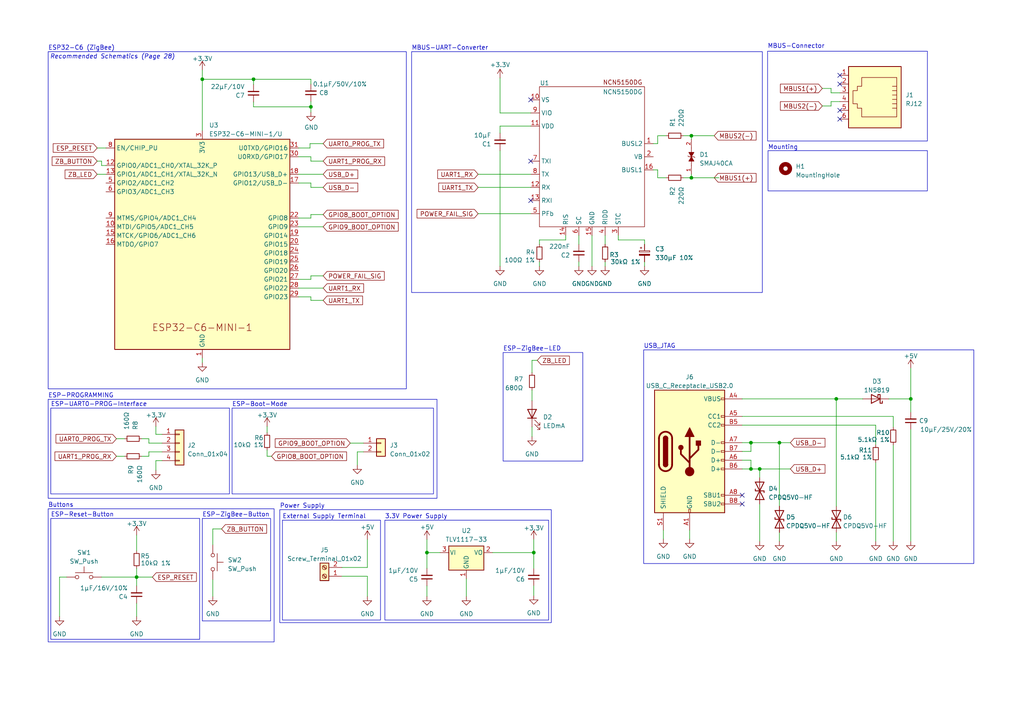
<source format=kicad_sch>
(kicad_sch (version 20230121) (generator eeschema)
  (paper "A4")
  (title_block (title "ZBSmartMeter") (date "2023-05-19") (rev "1"))
  (lib_symbols
    (symbol "Connector:RJ12" (pin_names (offset 1.016))
      (property "Reference" "J" (at -5.08 11.43 0))
      (property "Value" "RJ12" (at 2.54 11.43 0))
      (symbol "RJ12_0_1"
        (polyline (pts (xy -6.35 -1.905) (xy -5.08 -1.905) (xy -5.08 -1.905)))
        (polyline (pts (xy -6.35 -0.635) (xy -5.08 -0.635) (xy -5.08 -0.635)))
        (polyline (pts (xy -6.35 0.635) (xy -5.08 0.635) (xy -5.08 0.635)))
        (polyline (pts (xy -6.35 1.905) (xy -5.08 1.905) (xy -5.08 1.905)))
        (polyline (pts (xy -6.35 3.175) (xy -5.08 3.175) (xy -5.08 3.175)))
        (polyline (pts (xy -5.08 4.445) (xy -6.35 4.445) (xy -6.35 4.445)))
        (polyline (pts (xy -6.35 -4.445) (xy -6.35 6.985) (xy 3.81 6.985) (xy 3.81 4.445) (xy 5.08 4.445) (xy 5.08 3.175) (xy 6.35 3.175) (xy 6.35 -0.635) (xy 5.08 -0.635) (xy 5.08 -1.905) (xy 3.81 -1.905) (xy 3.81 -4.445) (xy -6.35 -4.445) (xy -6.35 -4.445)))
        (rectangle (start 7.62 10.16) (end -7.62 -7.62) (stroke (width 0.254)) (fill (type background)))
      )
      (symbol "RJ12_1_1"
        (pin passive line (at 10.16 -5.08 180) (length 2.54) (name "~") (number "1"))
        (pin passive line (at 10.16 -2.54 180) (length 2.54) (name "~") (number "2"))
        (pin passive line (at 10.16 0 180) (length 2.54) (name "~") (number "3"))
        (pin passive line (at 10.16 2.54 180) (length 2.54) (name "~") (number "4"))
        (pin passive line (at 10.16 5.08 180) (length 2.54) (name "~") (number "5"))
        (pin passive line (at 10.16 7.62 180) (length 2.54) (name "~") (number "6"))
      )
    )
    (symbol "Connector:Screw_Terminal_01x02" (pin_names (offset 1.016) hide)
      (property "Reference" "J" (at 0 2.54 0))
      (property "Value" "Screw_Terminal_01x02" (at 0 -5.08 0))
      (symbol "Screw_Terminal_01x02_1_1"
        (rectangle (start -1.27 1.27) (end 1.27 -3.81) (stroke (width 0.254)) (fill (type background)))
        (circle (center 0 -2.54) (radius 0.635) (stroke (width 0.1524)))
        (polyline (pts (xy -0.5334 -2.2098) (xy 0.3302 -3.048)) (stroke (width 0.1524)))
        (polyline (pts (xy -0.5334 0.3302) (xy 0.3302 -0.508)) (stroke (width 0.1524)))
        (polyline (pts (xy -0.3556 -2.032) (xy 0.508 -2.8702)) (stroke (width 0.1524)))
        (polyline (pts (xy -0.3556 0.508) (xy 0.508 -0.3302)) (stroke (width 0.1524)))
        (circle (center 0 0) (radius 0.635) (stroke (width 0.1524)))
        (pin passive line (at -5.08 0 0) (length 3.81) (name "Pin_1") (number "1"))
        (pin passive line (at -5.08 -2.54 0) (length 3.81) (name "Pin_2") (number "2"))
      )
    )
    (symbol "Connector:USB_C_Receptacle_USB2.0" (pin_names (offset 1.016))
      (property "Reference" "J" (at -10.16 19.05 0))
      (property "Value" "USB_C_Receptacle_USB2.0" (at 19.05 19.05 0))
      (symbol "USB_C_Receptacle_USB2.0_0_0"
        (rectangle (start -0.254 -17.78) (end 0.254 -16.764))
        (rectangle (start 10.16 -14.986) (end 9.144 -15.494))
        (rectangle (start 10.16 -12.446) (end 9.144 -12.954))
        (rectangle (start 10.16 -4.826) (end 9.144 -5.334))
        (rectangle (start 10.16 -2.286) (end 9.144 -2.794))
        (rectangle (start 10.16 0.254) (end 9.144 -0.254))
        (rectangle (start 10.16 2.794) (end 9.144 2.286))
        (rectangle (start 10.16 7.874) (end 9.144 7.366))
        (rectangle (start 10.16 10.414) (end 9.144 9.906))
        (rectangle (start 10.16 15.494) (end 9.144 14.986))
      )
      (symbol "USB_C_Receptacle_USB2.0_0_1"
        (rectangle (start -10.16 17.78) (end 10.16 -17.78) (stroke (width 0.254)) (fill (type background)))
        (arc (start -8.89 -3.81) (mid -6.985 -5.7067) (end -5.08 -3.81) (stroke (width 0.508)))
        (arc (start -7.62 -3.81) (mid -6.985 -4.4423) (end -6.35 -3.81) (stroke (width 0.254)))
        (arc (start -7.62 -3.81) (mid -6.985 -4.4423) (end -6.35 -3.81) (stroke (width 0.254)) (fill (type outline)))
        (rectangle (start -7.62 -3.81) (end -6.35 3.81) (stroke (width 0.254)) (fill (type outline)))
        (arc (start -6.35 3.81) (mid -6.985 4.4423) (end -7.62 3.81) (stroke (width 0.254)))
        (arc (start -6.35 3.81) (mid -6.985 4.4423) (end -7.62 3.81) (stroke (width 0.254)) (fill (type outline)))
        (arc (start -5.08 3.81) (mid -6.985 5.7067) (end -8.89 3.81) (stroke (width 0.508)))
        (circle (center -2.54 1.143) (radius 0.635) (stroke (width 0.254)) (fill (type outline)))
        (circle (center 0 -5.842) (radius 1.27) (fill (type outline)))
        (polyline (pts (xy -8.89 -3.81) (xy -8.89 3.81)) (stroke (width 0.508)))
        (polyline (pts (xy -5.08 3.81) (xy -5.08 -3.81)) (stroke (width 0.508)))
        (polyline (pts (xy 0 -5.842) (xy 0 4.318)) (stroke (width 0.508)))
        (polyline (pts (xy 0 -3.302) (xy -2.54 -0.762) (xy -2.54 0.508)) (stroke (width 0.508)))
        (polyline (pts (xy 0 -2.032) (xy 2.54 0.508) (xy 2.54 1.778)) (stroke (width 0.508)))
        (polyline (pts (xy -1.27 4.318) (xy 0 6.858) (xy 1.27 4.318) (xy -1.27 4.318)) (stroke (width 0.254)) (fill (type outline)))
        (rectangle (start 1.905 1.778) (end 3.175 3.048) (stroke (width 0.254)) (fill (type outline)))
      )
      (symbol "USB_C_Receptacle_USB2.0_1_1"
        (pin passive line (at 0 -22.86 90) (length 5.08) (name "GND") (number "A1"))
        (pin passive line (at 0 -22.86 90) (length 5.08) hide (name "GND") (number "A12"))
        (pin passive line (at 15.24 15.24 180) (length 5.08) (name "VBUS") (number "A4"))
        (pin bidirectional line (at 15.24 10.16 180) (length 5.08) (name "CC1") (number "A5"))
        (pin bidirectional line (at 15.24 -2.54 180) (length 5.08) (name "D+") (number "A6"))
        (pin bidirectional line (at 15.24 2.54 180) (length 5.08) (name "D-") (number "A7"))
        (pin bidirectional line (at 15.24 -12.7 180) (length 5.08) (name "SBU1") (number "A8"))
        (pin passive line (at 15.24 15.24 180) (length 5.08) hide (name "VBUS") (number "A9"))
        (pin passive line (at 0 -22.86 90) (length 5.08) hide (name "GND") (number "B1"))
        (pin passive line (at 0 -22.86 90) (length 5.08) hide (name "GND") (number "B12"))
        (pin passive line (at 15.24 15.24 180) (length 5.08) hide (name "VBUS") (number "B4"))
        (pin bidirectional line (at 15.24 7.62 180) (length 5.08) (name "CC2") (number "B5"))
        (pin bidirectional line (at 15.24 -5.08 180) (length 5.08) (name "D+") (number "B6"))
        (pin bidirectional line (at 15.24 0 180) (length 5.08) (name "D-") (number "B7"))
        (pin bidirectional line (at 15.24 -15.24 180) (length 5.08) (name "SBU2") (number "B8"))
        (pin passive line (at 15.24 15.24 180) (length 5.08) hide (name "VBUS") (number "B9"))
        (pin passive line (at -7.62 -22.86 90) (length 5.08) (name "SHIELD") (number "S1"))
      )
    )
    (symbol "Connector_Generic:Conn_01x02" (pin_names (offset 1.016) hide)
      (property "Reference" "J" (at 0 2.54 0))
      (property "Value" "Conn_01x02" (at 0 -5.08 0))
      (symbol "Conn_01x02_1_1"
        (rectangle (start -1.27 -2.413) (end 0 -2.667) (stroke (width 0.1524)))
        (rectangle (start -1.27 0.127) (end 0 -0.127) (stroke (width 0.1524)))
        (rectangle (start -1.27 1.27) (end 1.27 -3.81) (stroke (width 0.254)) (fill (type background)))
        (pin passive line (at -5.08 0 0) (length 3.81) (name "Pin_1") (number "1"))
        (pin passive line (at -5.08 -2.54 0) (length 3.81) (name "Pin_2") (number "2"))
      )
    )
    (symbol "Connector_Generic:Conn_01x04" (pin_names (offset 1.016) hide)
      (property "Reference" "J" (at 0 5.08 0))
      (property "Value" "Conn_01x04" (at 0 -7.62 0))
      (symbol "Conn_01x04_1_1"
        (rectangle (start -1.27 -4.953) (end 0 -5.207) (stroke (width 0.1524)))
        (rectangle (start -1.27 -2.413) (end 0 -2.667) (stroke (width 0.1524)))
        (rectangle (start -1.27 0.127) (end 0 -0.127) (stroke (width 0.1524)))
        (rectangle (start -1.27 2.667) (end 0 2.413) (stroke (width 0.1524)))
        (rectangle (start -1.27 3.81) (end 1.27 -6.35) (stroke (width 0.254)) (fill (type background)))
        (pin passive line (at -5.08 2.54 0) (length 3.81) (name "Pin_1") (number "1"))
        (pin passive line (at -5.08 0 0) (length 3.81) (name "Pin_2") (number "2"))
        (pin passive line (at -5.08 -2.54 0) (length 3.81) (name "Pin_3") (number "3"))
        (pin passive line (at -5.08 -5.08 0) (length 3.81) (name "Pin_4") (number "4"))
      )
    )
    (symbol "Device:C_Polarized_Small" (pin_numbers hide) (pin_names (offset 0.254) hide)
      (property "Reference" "C" (at 0.254 1.778 0))
      (property "Value" "C_Polarized_Small" (at 0.254 -2.032 0))
      (symbol "C_Polarized_Small_0_1"
        (rectangle (start -1.524 -0.3048) (end 1.524 -0.6858) (fill (type outline)))
        (rectangle (start -1.524 0.6858) (end 1.524 0.3048))
        (polyline (pts (xy -1.27 1.524) (xy -0.762 1.524)))
        (polyline (pts (xy -1.016 1.27) (xy -1.016 1.778)))
      )
      (symbol "C_Polarized_Small_1_1"
        (pin passive line (at 0 2.54 270) (length 1.8542) (name "~") (number "1"))
        (pin passive line (at 0 -2.54 90) (length 1.8542) (name "~") (number "2"))
      )
    )
    (symbol "Device:C_Small" (pin_numbers hide) (pin_names (offset 0.254) hide)
      (property "Reference" "C" (at 0.254 1.778 0))
      (property "Value" "C_Small" (at 0.254 -2.032 0))
      (symbol "C_Small_0_1"
        (polyline (pts (xy -1.524 -0.508) (xy 1.524 -0.508)) (stroke (width 0.3302)))
        (polyline (pts (xy -1.524 0.508) (xy 1.524 0.508)) (stroke (width 0.3048)))
      )
      (symbol "C_Small_1_1"
        (pin passive line (at 0 2.54 270) (length 2.032) (name "~") (number "1"))
        (pin passive line (at 0 -2.54 90) (length 2.032) (name "~") (number "2"))
      )
    )
    (symbol "Device:LED" (pin_numbers hide) (pin_names (offset 1.016) hide)
      (property "Reference" "D" (at 0 2.54 0))
      (property "Value" "LED" (at 0 -2.54 0))
      (symbol "LED_0_1"
        (polyline (pts (xy -1.27 -1.27) (xy -1.27 1.27)) (stroke (width 0.254)))
        (polyline (pts (xy -1.27 0) (xy 1.27 0)))
        (polyline (pts (xy 1.27 -1.27) (xy 1.27 1.27) (xy -1.27 0) (xy 1.27 -1.27)) (stroke (width 0.254)))
        (polyline (pts (xy -3.048 -0.762) (xy -4.572 -2.286) (xy -3.81 -2.286) (xy -4.572 -2.286) (xy -4.572 -1.524)))
        (polyline (pts (xy -1.778 -0.762) (xy -3.302 -2.286) (xy -2.54 -2.286) (xy -3.302 -2.286) (xy -3.302 -1.524)))
      )
      (symbol "LED_1_1"
        (pin passive line (at -3.81 0 0) (length 2.54) (name "K") (number "1"))
        (pin passive line (at 3.81 0 180) (length 2.54) (name "A") (number "2"))
      )
    )
    (symbol "Device:R_Small" (pin_numbers hide) (pin_names (offset 0.254) hide)
      (property "Reference" "R" (at 0.762 0.508 0))
      (property "Value" "R_Small" (at 0.762 -1.016 0))
      (symbol "R_Small_0_1"
        (rectangle (start -0.762 1.778) (end 0.762 -1.778) (stroke (width 0.2032)))
      )
      (symbol "R_Small_1_1"
        (pin passive line (at 0 2.54 270) (length 0.762) (name "~") (number "1"))
        (pin passive line (at 0 -2.54 90) (length 0.762) (name "~") (number "2"))
      )
    )
    (symbol "Diode:1.5KExxCA" (pin_numbers hide) (pin_names (offset 1.016) hide)
      (property "Reference" "D" (at 0 2.54 0))
      (property "Value" "1.5KExxCA" (at 0 -2.54 0))
      (symbol "1.5KExxCA_0_1"
        (polyline (pts (xy 1.27 0) (xy -1.27 0)))
        (polyline (pts (xy -2.54 -1.27) (xy 0 0) (xy -2.54 1.27) (xy -2.54 -1.27)) (stroke (width 0.254)))
        (polyline (pts (xy 0.508 1.27) (xy 0 1.27) (xy 0 -1.27) (xy -0.508 -1.27)) (stroke (width 0.254)))
        (polyline (pts (xy 2.54 1.27) (xy 2.54 -1.27) (xy 0 0) (xy 2.54 1.27)) (stroke (width 0.254)))
      )
      (symbol "1.5KExxCA_1_1"
        (pin passive line (at -3.81 0 0) (length 2.54) (name "A1") (number "1"))
        (pin passive line (at 3.81 0 180) (length 2.54) (name "A2") (number "2"))
      )
    )
    (symbol "Diode:1N5819" (pin_numbers hide) (pin_names (offset 1.016) hide)
      (property "Reference" "D" (at 0 2.54 0))
      (property "Value" "1N5819" (at 0 -2.54 0))
      (symbol "1N5819_0_1"
        (polyline (pts (xy 1.27 0) (xy -1.27 0)))
        (polyline (pts (xy 1.27 1.27) (xy 1.27 -1.27) (xy -1.27 0) (xy 1.27 1.27)) (stroke (width 0.254)))
        (polyline (pts (xy -1.905 0.635) (xy -1.905 1.27) (xy -1.27 1.27) (xy -1.27 -1.27) (xy -0.635 -1.27) (xy -0.635 -0.635)) (stroke (width 0.254)))
      )
      (symbol "1N5819_1_1"
        (pin passive line (at -3.81 0 0) (length 2.54) (name "K") (number "1"))
        (pin passive line (at 3.81 0 180) (length 2.54) (name "A") (number "2"))
      )
    )
    (symbol "Espressif:ESP32-C6-MINI-1/U"
      (property "Reference" "U" (at -25.4 35.56 0))
      (property "Value" "ESP32-C6-MINI-1/U" (at -25.4 33.02 0))
      (symbol "ESP32-C6-MINI-1/U_0_0"
        (text "ESP32-C6-MINI-1" (at 0 -24.13 0) (effects (font (size 2 2))))
      )
      (symbol "ESP32-C6-MINI-1/U_0_1"
        (rectangle (start -25.4 30.48) (end 25.4 -30.48) (stroke (width 0.254)) (fill (type background)))
      )
      (symbol "ESP32-C6-MINI-1/U_1_1"
        (pin power_in line (at 0 -33.02 90) (length 2.54) (name "GND") (number "1"))
        (pin bidirectional line (at -27.94 5.08 0) (length 2.54) (name "MTDI/GPIO5/ADC1_CH5") (number "10"))
        (pin passive line (at 0 -33.02 90) (length 2.54) hide (name "GND") (number "11"))
        (pin bidirectional line (at -27.94 22.86 0) (length 2.54) (name "GPIO0/ADC1_CH0/XTAL_32K_P") (number "12"))
        (pin bidirectional line (at -27.94 20.32 0) (length 2.54) (name "GPIO1/ADC1_CH1/XTAL_32K_N") (number "13"))
        (pin passive line (at 0 -33.02 90) (length 2.54) hide (name "GND") (number "14"))
        (pin bidirectional line (at -27.94 2.54 0) (length 2.54) (name "MTCK/GPIO6/ADC1_CH6") (number "15"))
        (pin bidirectional line (at -27.94 0 0) (length 2.54) (name "MTDO/GPIO7") (number "16"))
        (pin bidirectional line (at 27.94 17.78 180) (length 2.54) (name "GPIO12/USB_D-") (number "17"))
        (pin bidirectional line (at 27.94 20.32 180) (length 2.54) (name "GPIO13/USB_D+") (number "18"))
        (pin bidirectional line (at 27.94 2.54 180) (length 2.54) (name "GPIO14") (number "19"))
        (pin passive line (at 0 -33.02 90) (length 2.54) hide (name "GND") (number "2"))
        (pin bidirectional line (at 27.94 0 180) (length 2.54) (name "GPIO15") (number "20"))
        (pin no_connect line (at -25.4 -10.16 0) (length 2.54) hide (name "NC") (number "21"))
        (pin bidirectional line (at 27.94 7.62 180) (length 2.54) (name "GPIO8") (number "22"))
        (pin bidirectional line (at 27.94 5.08 180) (length 2.54) (name "GPIO9") (number "23"))
        (pin bidirectional line (at 27.94 -2.54 180) (length 2.54) (name "GPIO18") (number "24"))
        (pin bidirectional line (at 27.94 -5.08 180) (length 2.54) (name "GPIO19") (number "25"))
        (pin bidirectional line (at 27.94 -7.62 180) (length 2.54) (name "GPIO20") (number "26"))
        (pin bidirectional line (at 27.94 -10.16 180) (length 2.54) (name "GPIO21") (number "27"))
        (pin bidirectional line (at 27.94 -12.7 180) (length 2.54) (name "GPIO22") (number "28"))
        (pin bidirectional line (at 27.94 -15.24 180) (length 2.54) (name "GPIO23") (number "29"))
        (pin power_in line (at 0 33.02 270) (length 2.54) (name "3V3") (number "3"))
        (pin bidirectional line (at 27.94 25.4 180) (length 2.54) (name "U0RXD/GPIO17") (number "30"))
        (pin bidirectional line (at 27.94 27.94 180) (length 2.54) (name "U0TXD/GPIO16") (number "31"))
        (pin no_connect line (at -25.4 -12.7 0) (length 2.54) hide (name "NC") (number "32"))
        (pin no_connect line (at -25.4 -15.24 0) (length 2.54) hide (name "NC") (number "33"))
        (pin no_connect line (at -25.4 -17.78 0) (length 2.54) hide (name "NC") (number "34"))
        (pin no_connect line (at -25.4 -20.32 0) (length 2.54) hide (name "NC") (number "35"))
        (pin passive line (at 0 -33.02 90) (length 2.54) hide (name "GND") (number "36"))
        (pin passive line (at 0 -33.02 90) (length 2.54) hide (name "GND") (number "37"))
        (pin passive line (at 0 -33.02 90) (length 2.54) hide (name "GND") (number "38"))
        (pin passive line (at 0 -33.02 90) (length 2.54) hide (name "GND") (number "39"))
        (pin no_connect line (at -25.4 -5.08 0) (length 2.54) hide (name "NC") (number "4"))
        (pin passive line (at 0 -33.02 90) (length 2.54) hide (name "GND") (number "40"))
        (pin passive line (at 0 -33.02 90) (length 2.54) hide (name "GND") (number "41"))
        (pin passive line (at 0 -33.02 90) (length 2.54) hide (name "GND") (number "42"))
        (pin passive line (at 0 -33.02 90) (length 2.54) hide (name "GND") (number "43"))
        (pin passive line (at 0 -33.02 90) (length 2.54) hide (name "GND") (number "44"))
        (pin passive line (at 0 -33.02 90) (length 2.54) hide (name "GND") (number "45"))
        (pin passive line (at 0 -33.02 90) (length 2.54) hide (name "GND") (number "46"))
        (pin passive line (at 0 -33.02 90) (length 2.54) hide (name "GND") (number "47"))
        (pin passive line (at 0 -33.02 90) (length 2.54) hide (name "GND") (number "48"))
        (pin passive line (at 0 -33.02 90) (length 2.54) hide (name "GND") (number "49"))
        (pin bidirectional line (at -27.94 17.78 0) (length 2.54) (name "GPIO2/ADC1_CH2") (number "5"))
        (pin passive line (at 0 -33.02 90) (length 2.54) hide (name "GND") (number "50"))
        (pin passive line (at 0 -33.02 90) (length 2.54) hide (name "GND") (number "51"))
        (pin passive line (at 0 -33.02 90) (length 2.54) hide (name "GND") (number "52"))
        (pin passive line (at 0 -33.02 90) (length 2.54) hide (name "GND") (number "53"))
        (pin bidirectional line (at -27.94 15.24 0) (length 2.54) (name "GPIO3/ADC1_CH3") (number "6"))
        (pin no_connect line (at -25.4 -7.62 0) (length 2.54) hide (name "NC") (number "7"))
        (pin input line (at -27.94 27.94 0) (length 2.54) (name "EN/CHIP_PU") (number "8"))
        (pin bidirectional line (at -27.94 7.62 0) (length 2.54) (name "MTMS/GPIO4/ADC1_CH4") (number "9"))
      )
    )
    (symbol "Mechanical:MountingHole" (pin_names (offset 1.016))
      (property "Reference" "H" (at 0 5.08 0))
      (property "Value" "MountingHole" (at 0 3.175 0))
      (symbol "MountingHole_0_1"
        (circle (center 0 0) (radius 1.27) (stroke (width 1.27)))
      )
    )
    (symbol "NCN5150DG:NCN5150DG"
      (property "Reference" "U" (at -13.97 21.59 0))
      (property "Footprint" "Package_SO:SOIC-16_3.9x9.9mm_P1.27mm" (at -12.7 13.97 0))
      (symbol "NCN5150DG_0_1"
        (rectangle (start -15.24 20.32) (end 15.24 -20.32))
      )
      (symbol "NCN5150DG_1_1"
        (text "NCN5150DG" (at 8.89 21.59 0) (effects (font (size 1.27 1.27))))
        (pin bidirectional line (at 17.78 3.81 180) (length 2.54) (name "BUSL2") (number "1"))
        (pin output line (at -17.78 16.51 0) (length 2.54) (name "VS") (number "10"))
        (pin power_in line (at -17.78 8.89 0) (length 2.54) (name "VDD") (number "11"))
        (pin input line (at -17.78 -8.89 0) (length 2.54) (name "RX") (number "12"))
        (pin input line (at -17.78 -12.7 0) (length 2.54) (name "RXI") (number "13"))
        (pin input line (at -7.62 -22.86 90) (length 2.54) (name "RIS") (number "14"))
        (pin power_in line (at 0 -22.86 90) (length 2.54) (name "GND") (number "15"))
        (pin bidirectional line (at 17.78 -3.81 180) (length 2.54) (name "BUSL1") (number "16"))
        (pin power_in line (at 17.78 0 180) (length 2.54) (name "VB") (number "2"))
        (pin output line (at 7.62 -22.86 90) (length 2.54) (name "STC") (number "3"))
        (pin input line (at 3.81 -22.86 90) (length 2.54) (name "RIDD") (number "4"))
        (pin output line (at -17.78 -16.51 0) (length 2.54) (name "PFb") (number "5"))
        (pin output line (at -3.81 -22.86 90) (length 2.54) (name "SC") (number "6"))
        (pin output line (at -17.78 -1.27 0) (length 2.54) (name "TXI") (number "7"))
        (pin output line (at -17.78 -5.08 0) (length 2.54) (name "TX") (number "8"))
        (pin input line (at -17.78 12.7 0) (length 2.54) (name "VIO") (number "9"))
      )
    )
    (symbol "Regulator_Linear:TLV1117-33" (pin_names (offset 0.254))
      (property "Reference" "U" (at -3.81 3.175 0))
      (property "Value" "TLV1117-33" (at 0 3.175 0))
      (symbol "TLV1117-33_0_1"
        (rectangle (start -5.08 -5.08) (end 5.08 1.905) (stroke (width 0.254)) (fill (type background)))
      )
      (symbol "TLV1117-33_1_1"
        (pin power_in line (at 0 -7.62 90) (length 2.54) (name "GND") (number "1"))
        (pin power_out line (at 7.62 0 180) (length 2.54) (name "VO") (number "2"))
        (pin power_in line (at -7.62 0 0) (length 2.54) (name "VI") (number "3"))
      )
    )
    (symbol "SMAJ40CA:SMAJ40CA" (pin_names (offset 1.016))
      (property "Reference" "D" (at -5.08 2.54 0))
      (property "Value" "SMAJ40CA" (at -5.08 -5.08 0))
      (symbol "SMAJ40CA_0_0"
        (polyline (pts (xy -1.27 0) (xy -2.54 0)) (stroke (width 0.1524)))
        (polyline (pts (xy 0 -0.762) (xy -0.254 -1.016)) (stroke (width 0.1524)))
        (polyline (pts (xy 0 -0.762) (xy 0 0.762)) (stroke (width 0.1524)))
        (polyline (pts (xy 0 0.762) (xy 0.254 1.016)) (stroke (width 0.1524)))
        (polyline (pts (xy 1.27 0) (xy 2.54 0)) (stroke (width 0.1524)))
        (polyline (pts (xy 0 0) (xy -1.27 -0.762) (xy -1.27 0.762) (xy 0 0)) (stroke (width 0.1524)) (fill (type outline)))
        (polyline (pts (xy 0 0) (xy 1.27 0.762) (xy 1.27 -0.762) (xy 0 0)) (stroke (width 0.1524)) (fill (type outline)))
        (pin passive line (at -5.08 0 0) (length 2.54) (name "~") (number "1"))
        (pin passive line (at 5.08 0 180) (length 2.54) (name "~") (number "2"))
      )
    )
    (symbol "Switch:SW_Push" (pin_numbers hide) (pin_names (offset 1.016) hide)
      (property "Reference" "SW" (at 1.27 2.54 0))
      (property "Value" "SW_Push" (at 0 -1.524 0))
      (symbol "SW_Push_0_1"
        (circle (center -2.032 0) (radius 0.508))
        (polyline (pts (xy 0 1.27) (xy 0 3.048)))
        (polyline (pts (xy 2.54 1.27) (xy -2.54 1.27)))
        (circle (center 2.032 0) (radius 0.508))
        (pin passive line (at -5.08 0 0) (length 2.54) (name "1") (number "1"))
        (pin passive line (at 5.08 0 180) (length 2.54) (name "2") (number "2"))
      )
    )
    (symbol "power:+3.3V" (power) (pin_names (offset 0))
      (property "Value" "+3.3V" (at 0 3.556 0))
      (symbol "+3.3V_0_1"
        (polyline (pts (xy -0.762 1.27) (xy 0 2.54)))
        (polyline (pts (xy 0 0) (xy 0 2.54)))
        (polyline (pts (xy 0 2.54) (xy 0.762 1.27)))
      )
      (symbol "+3.3V_1_1"
        (pin power_in line (at 0 0 90) (length 0) hide (name "+3.3V") (number "1"))
      )
    )
    (symbol "power:+5V" (power) (pin_names (offset 0))
      (property "Value" "+5V" (at 0 3.556 0))
      (symbol "+5V_0_1"
        (polyline (pts (xy -0.762 1.27) (xy 0 2.54)))
        (polyline (pts (xy 0 0) (xy 0 2.54)))
        (polyline (pts (xy 0 2.54) (xy 0.762 1.27)))
      )
      (symbol "+5V_1_1"
        (pin power_in line (at 0 0 90) (length 0) hide (name "+5V") (number "1"))
      )
    )
    (symbol "power:GND" (power) (pin_names (offset 0))
      (property "Value" "GND" (at 0 -3.81 0))
      (symbol "GND_0_1"
        (polyline (pts (xy 0 0) (xy 0 -1.27) (xy 1.27 -1.27) (xy 0 -2.54) (xy -1.27 -1.27) (xy 0 -1.27)))
      )
      (symbol "GND_1_1"
        (pin power_in line (at 0 0 270) (length 0) hide (name "GND") (number "1"))
      )
    )
  )
  (junction (at 226.06 128.397))
  (junction (at 154.813 160.274))
  (junction (at 39.624 167.386))
  (junction (at 217.805 128.397))
  (junction (at 264.16 115.697))
  (junction (at 217.805 136.017))
  (junction (at 200.533 39.37))
  (junction (at 220.345 136.017))
  (junction (at 242.5561 115.6919))
  (junction (at 123.825 160.274))
  (junction (at 73.533 22.987))
  (junction (at 58.674 22.987))
  (junction (at 200.533 51.562))
  (junction (at 90.17 30.988))
  (no_connect (at 215.265 146.177))
  (no_connect (at 153.924 28.956))
  (no_connect (at 153.924 58.166))
  (no_connect (at 215.265 143.637))
  (no_connect (at 243.586 21.844))
  (no_connect (at 243.586 32.004))
  (no_connect (at 243.586 24.384))
  (no_connect (at 243.586 34.544))
  (no_connect (at 153.924 46.736))
  (wire (pts (xy 167.894 68.326) (xy 167.894 70.866)))
  (wire (pts (xy 61.722 153.416) (xy 64.262 153.416)))
  (wire (pts (xy 154.813 156.464) (xy 154.813 160.274)))
  (wire (pts (xy 250.19 115.6919) (xy 250.19 115.697)))
  (wire (pts (xy 145.034 43.688) (xy 145.034 77.216)))
  (wire (pts (xy 86.614 65.786) (xy 93.726 65.786)))
  (wire (pts (xy 200.533 39.37) (xy 200.533 40.386)))
  (wire (pts (xy 17.272 178.816) (xy 17.272 167.386)))
  (wire (pts (xy 28.194 50.546) (xy 30.734 50.546)))
  (wire (pts (xy 123.825 160.274) (xy 127.635 160.274)))
  (wire (pts (xy 175.514 75.946) (xy 175.514 77.216)))
  (wire (pts (xy 46.99 133.604) (xy 45.212 133.604)))
  (wire (pts (xy 86.614 42.926) (xy 89.916 42.926)))
  (wire (pts (xy 39.624 175.006) (xy 39.624 178.816)))
  (wire (pts (xy 154.813 160.274) (xy 142.875 160.274)))
  (wire (pts (xy 43.18 128.524) (xy 43.18 127.254)))
  (wire (pts (xy 106.553 164.592) (xy 106.553 156.464)))
  (wire (pts (xy 190.754 51.562) (xy 193.167 51.562)))
  (wire (pts (xy 200.025 153.797) (xy 200.025 156.337)))
  (wire (pts (xy 105.41 131.064) (xy 103.632 131.064)))
  (wire (pts (xy 39.624 164.846) (xy 39.624 167.386)))
  (wire (pts (xy 39.624 167.386) (xy 39.624 169.926)))
  (wire (pts (xy 73.533 22.987) (xy 90.17 22.987)))
  (wire (pts (xy 90.17 53.086) (xy 90.17 54.356)))
  (wire (pts (xy 46.99 131.064) (xy 43.18 131.064)))
  (wire (pts (xy 90.17 63.246) (xy 90.17 62.23)))
  (wire (pts (xy 46.99 128.524) (xy 43.18 128.524)))
  (wire (pts (xy 200.533 51.562) (xy 208.534 51.562)))
  (wire (pts (xy 179.324 69.596) (xy 186.944 69.596)))
  (wire (pts (xy 217.805 128.397) (xy 226.06 128.397)))
  (wire (pts (xy 154.305 113.157) (xy 154.305 116.205)))
  (wire (pts (xy 241.046 29.464) (xy 241.046 30.734)))
  (wire (pts (xy 46.99 125.984) (xy 45.212 125.984)))
  (wire (pts (xy 167.894 75.946) (xy 167.894 77.216)))
  (wire (pts (xy 241.046 29.464) (xy 243.586 29.464)))
  (wire (pts (xy 242.5561 115.6919) (xy 250.19 115.6919)))
  (wire (pts (xy 77.47 130.556) (xy 77.47 132.334)))
  (wire (pts (xy 61.722 157.988) (xy 61.722 153.416)))
  (wire (pts (xy 77.47 132.334) (xy 78.74 132.334)))
  (wire (pts (xy 190.754 41.656) (xy 190.754 39.37)))
  (wire (pts (xy 58.674 22.987) (xy 58.674 37.846)))
  (wire (pts (xy 254 123.317) (xy 254 129.032)))
  (wire (pts (xy 215.265 136.017) (xy 217.805 136.017)))
  (wire (pts (xy 242.57 154.432) (xy 242.57 156.972)))
  (wire (pts (xy 86.614 50.546) (xy 93.726 50.546)))
  (wire (pts (xy 43.18 127.254) (xy 41.148 127.254)))
  (wire (pts (xy 86.614 83.566) (xy 93.726 83.566)))
  (wire (pts (xy 101.6 128.524) (xy 105.41 128.524)))
  (wire (pts (xy 90.17 81.026) (xy 86.614 81.026)))
  (wire (pts (xy 145.034 22.606) (xy 145.034 32.766)))
  (wire (pts (xy 145.034 36.576) (xy 145.034 38.608)))
  (wire (pts (xy 138.684 54.356) (xy 153.924 54.356)))
  (wire (pts (xy 93.726 80.01) (xy 90.17 80.01)))
  (wire (pts (xy 220.345 136.017) (xy 220.345 138.557)))
  (wire (pts (xy 39.624 167.386) (xy 44.196 167.386)))
  (wire (pts (xy 154.813 169.926) (xy 154.813 172.72)))
  (wire (pts (xy 215.265 120.777) (xy 259.08 120.777)))
  (wire (pts (xy 189.484 41.656) (xy 190.754 41.656)))
  (wire (pts (xy 90.17 87.122) (xy 93.726 87.122)))
  (wire (pts (xy 264.16 124.587) (xy 264.16 156.972)))
  (wire (pts (xy 106.553 167.132) (xy 106.553 172.974)))
  (wire (pts (xy 189.484 49.276) (xy 190.754 49.276)))
  (wire (pts (xy 28.194 42.926) (xy 30.734 42.926)))
  (wire (pts (xy 73.533 30.988) (xy 73.533 29.591)))
  (wire (pts (xy 190.754 49.276) (xy 190.754 51.562)))
  (wire (pts (xy 226.06 154.432) (xy 226.06 156.972)))
  (wire (pts (xy 198.247 39.37) (xy 200.533 39.37)))
  (wire (pts (xy 217.805 136.017) (xy 217.805 133.477)))
  (wire (pts (xy 36.068 132.334) (xy 33.782 132.334)))
  (wire (pts (xy 241.046 26.924) (xy 241.046 25.654)))
  (wire (pts (xy 138.684 61.976) (xy 153.924 61.976)))
  (wire (pts (xy 215.265 115.6919) (xy 242.5561 115.6919)))
  (wire (pts (xy 200.533 39.37) (xy 207.137 39.37)))
  (wire (pts (xy 39.624 155.194) (xy 39.624 159.766)))
  (wire (pts (xy 186.944 69.596) (xy 186.944 70.866)))
  (wire (pts (xy 259.08 129.032) (xy 259.08 156.972)))
  (wire (pts (xy 99.187 167.132) (xy 106.553 167.132)))
  (wire (pts (xy 226.06 128.397) (xy 226.06 146.812)))
  (wire (pts (xy 242.5561 115.6919) (xy 242.5561 146.812)))
  (wire (pts (xy 226.06 128.397) (xy 229.235 128.397)))
  (wire (pts (xy 99.187 164.592) (xy 106.553 164.592)))
  (wire (pts (xy 86.614 63.246) (xy 90.17 63.246)))
  (wire (pts (xy 86.614 86.106) (xy 90.17 86.106)))
  (wire (pts (xy 138.684 50.546) (xy 153.924 50.546)))
  (wire (pts (xy 73.533 30.988) (xy 90.17 30.988)))
  (wire (pts (xy 77.47 123.698) (xy 77.47 125.476)))
  (wire (pts (xy 90.17 30.988) (xy 90.17 29.464)))
  (wire (pts (xy 145.034 36.576) (xy 153.924 36.576)))
  (wire (pts (xy 200.533 50.546) (xy 200.533 51.562)))
  (wire (pts (xy 259.08 123.952) (xy 259.08 120.777)))
  (wire (pts (xy 123.825 164.846) (xy 123.825 160.274)))
  (wire (pts (xy 90.17 46.736) (xy 93.726 46.736)))
  (wire (pts (xy 154.813 164.846) (xy 154.813 160.274)))
  (wire (pts (xy 215.265 128.397) (xy 217.805 128.397)))
  (wire (pts (xy 164.084 68.326) (xy 164.084 69.596)))
  (wire (pts (xy 215.265 123.317) (xy 254 123.317)))
  (wire (pts (xy 154.305 108.077) (xy 154.305 104.521)))
  (wire (pts (xy 45.212 125.984) (xy 45.212 123.698)))
  (wire (pts (xy 73.533 22.987) (xy 73.533 24.511)))
  (wire (pts (xy 154.305 104.521) (xy 155.829 104.521)))
  (wire (pts (xy 90.17 62.23) (xy 93.726 62.23)))
  (wire (pts (xy 154.305 123.825) (xy 154.305 126.619)))
  (wire (pts (xy 215.265 130.937) (xy 217.805 130.937)))
  (wire (pts (xy 220.345 136.017) (xy 217.805 136.017)))
  (wire (pts (xy 171.704 68.326) (xy 171.704 77.216)))
  (wire (pts (xy 58.674 20.32) (xy 58.674 22.987)))
  (wire (pts (xy 61.722 168.148) (xy 61.722 172.974)))
  (wire (pts (xy 90.17 30.988) (xy 90.17 32.512)))
  (wire (pts (xy 29.464 46.736) (xy 29.464 48.006)))
  (wire (pts (xy 29.464 167.386) (xy 39.624 167.386)))
  (wire (pts (xy 217.805 130.937) (xy 217.805 128.397)))
  (wire (pts (xy 43.18 131.064) (xy 43.18 132.334)))
  (wire (pts (xy 86.614 53.086) (xy 90.17 53.086)))
  (wire (pts (xy 264.16 106.807) (xy 264.16 115.697)))
  (wire (pts (xy 257.81 115.697) (xy 264.16 115.697)))
  (wire (pts (xy 186.944 75.946) (xy 186.944 77.216)))
  (wire (pts (xy 175.514 68.326) (xy 175.514 70.866)))
  (wire (pts (xy 90.17 45.466) (xy 90.17 46.736)))
  (wire (pts (xy 90.17 80.01) (xy 90.17 81.026)))
  (wire (pts (xy 156.464 75.946) (xy 156.464 77.216)))
  (wire (pts (xy 28.194 46.736) (xy 29.464 46.736)))
  (wire (pts (xy 89.916 41.656) (xy 89.916 42.926)))
  (wire (pts (xy 135.255 167.894) (xy 135.255 172.974)))
  (wire (pts (xy 45.212 133.604) (xy 45.212 136.398)))
  (wire (pts (xy 215.265 133.477) (xy 217.805 133.477)))
  (wire (pts (xy 238.506 25.654) (xy 241.046 25.654)))
  (wire (pts (xy 220.345 136.017) (xy 229.235 136.017)))
  (wire (pts (xy 254 134.112) (xy 254 156.972)))
  (wire (pts (xy 123.825 169.926) (xy 123.825 172.974)))
  (wire (pts (xy 190.754 39.37) (xy 193.167 39.37)))
  (wire (pts (xy 89.916 41.656) (xy 93.726 41.656)))
  (wire (pts (xy 198.247 51.562) (xy 200.533 51.562)))
  (wire (pts (xy 220.345 146.177) (xy 220.345 156.972)))
  (wire (pts (xy 58.674 103.886) (xy 58.674 105.156)))
  (wire (pts (xy 90.17 22.987) (xy 90.17 24.384)))
  (wire (pts (xy 86.614 45.466) (xy 90.17 45.466)))
  (wire (pts (xy 242.5561 146.812) (xy 242.57 146.812)))
  (wire (pts (xy 145.034 32.766) (xy 153.924 32.766)))
  (wire (pts (xy 17.272 167.386) (xy 19.304 167.386)))
  (wire (pts (xy 192.405 153.797) (xy 192.405 156.337)))
  (wire (pts (xy 243.586 26.924) (xy 241.046 26.924)))
  (wire (pts (xy 103.632 131.064) (xy 103.632 134.874)))
  (wire (pts (xy 36.068 127.254) (xy 33.782 127.254)))
  (wire (pts (xy 238.506 30.734) (xy 241.046 30.734)))
  (wire (pts (xy 43.18 132.334) (xy 41.148 132.334)))
  (wire (pts (xy 90.17 86.106) (xy 90.17 87.122)))
  (wire (pts (xy 90.17 54.356) (xy 93.726 54.356)))
  (wire (pts (xy 58.674 22.987) (xy 73.533 22.987)))
  (wire (pts (xy 215.265 115.6919) (xy 215.265 115.697)))
  (wire (pts (xy 29.464 48.006) (xy 30.734 48.006)))
  (wire (pts (xy 123.825 156.464) (xy 123.825 160.274)))
  (wire (pts (xy 179.324 68.326) (xy 179.324 69.596)))
  (wire (pts (xy 264.16 115.697) (xy 264.16 119.507)))
  (wire (pts (xy 164.084 69.596) (xy 156.464 69.596)))
  (wire (pts (xy 156.464 69.596) (xy 156.464 70.866)))
  (rectangle (start 222.631 14.859) (end 268.986 40.894))
  (rectangle (start 13.97 115.824) (end 126.746 144.526))
  (rectangle (start 119.38 14.986) (end 221.107 84.836))
  (rectangle (start 145.923 102.235) (end 169.037 133.731))
  (rectangle (start 58.674 150.368) (end 78.486 180.086))
  (rectangle (start 186.69 101.473) (end 282.448 163.449))
  (rectangle (start 67.31 118.364) (end 125.73 143.256))
  (rectangle (start 81.915 150.876) (end 110.363 179.832))
  (rectangle (start 13.97 14.986) (end 117.856 112.776))
  (rectangle (start 14.732 150.368) (end 57.912 185.42))
  (rectangle (start 14.732 118.364) (end 66.548 143.256))
  (rectangle (start 111.633 150.876) (end 159.131 179.832))
  (rectangle (start 222.758 43.688) (end 268.986 55.372))
  (rectangle (start 81.153 147.828) (end 159.893 180.594))
  (rectangle (start 13.97 147.574) (end 79.502 186.182))
  (text "Mounting" (at 222.758 43.561 0) (effects (font (size 1.27 1.27)) (justify left bottom)))
  (text "ESP-ZigBee-Button\n" (at 58.674 150.114 0) (effects (font (size 1.27 1.27)) (justify left bottom)))
  (text "MBUS-Connector\n" (at 222.631 14.224 0) (effects (font (size 1.27 1.27)) (justify left bottom)))
  (text "3.3V Power Supply\n" (at 111.633 150.622 0) (effects (font (size 1.27 1.27)) (justify left bottom)))
  (text "ESP-UART0-PROG-Interface\n\n" (at 14.732 120.142 0) (effects (font (size 1.27 1.27)) (justify left bottom)))
  (text "External Supply Terminal\n" (at 81.915 150.622 0) (effects (font (size 1.27 1.27)) (justify left bottom)))
  (text "ESP-PROGRAMMING\n" (at 13.97 115.57 0) (effects (font (size 1.27 1.27)) (justify left bottom)))
  (text "USB_JTAG\n" (at 186.69 101.219 0) (effects (font (size 1.27 1.27)) (justify left bottom)))
  (text "ESP-ZigBee-LED" (at 145.923 101.981 0) (effects (font (size 1.27 1.27)) (justify left bottom)))
  (text "Buttons\n" (at 13.97 147.32 0) (effects (font (size 1.27 1.27)) (justify left bottom)))
  (text "ESP-Reset-Button\n" (at 14.732 150.114 0) (effects (font (size 1.27 1.27)) (justify left bottom)))
  (text "ESP-Boot-Mode\n" (at 67.31 118.11 0) (effects (font (size 1.27 1.27)) (justify left bottom)))
  (text "MBUS-UART-Converter" (at 119.38 14.732 0) (effects (font (size 1.27 1.27)) (justify left bottom)))
  (text "ESP32-C6 (ZigBee)\n" (at 13.97 14.732 0) (effects (font (size 1.27 1.27)) (justify left bottom)))
  (text "Recommended Schematics (Page 28)" (at 14.478 17.272 0) (effects (font (size 1.27 1.27) italic) (justify left bottom)))
  (text "Power Supply" (at 81.153 147.574 0) (effects (font (size 1.27 1.27)) (justify left bottom)))
  (global_label "ZB_LED" (shape input) (at 28.194 50.546 180) (property "Intersheetrefs" "${INTERSHEET_REFS}" (effects hide)))
  (global_label "UART0_PROG_TX" (shape input) (at 93.726 41.656 0) (property "Intersheetrefs" "${INTERSHEET_REFS}" (effects hide)))
  (global_label "GPIO9_BOOT_OPTION" (shape input) (at 101.6 128.524 180) (property "Intersheetrefs" "${INTERSHEET_REFS}" (effects hide)))
  (global_label "GPIO8_BOOT_OPTION" (shape input) (at 93.726 62.23 0) (property "Intersheetrefs" "${INTERSHEET_REFS}" (effects hide)))
  (global_label "ZB_LED" (shape input) (at 155.829 104.521 0) (property "Intersheetrefs" "${INTERSHEET_REFS}" (effects hide)))
  (global_label "ESP_RESET" (shape input) (at 44.196 167.386 0) (property "Intersheetrefs" "${INTERSHEET_REFS}" (effects hide)))
  (global_label "POWER_FAIL_SIG" (shape input) (at 138.684 61.976 180) (property "Intersheetrefs" "${INTERSHEET_REFS}" (effects hide)))
  (global_label "GPIO8_BOOT_OPTION" (shape input) (at 78.74 132.334 0) (property "Intersheetrefs" "${INTERSHEET_REFS}" (effects hide)))
  (global_label "UART1_RX" (shape input) (at 138.684 50.546 180) (property "Intersheetrefs" "${INTERSHEET_REFS}" (effects hide)))
  (global_label "USB_D-" (shape input) (at 229.235 128.397 0) (property "Intersheetrefs" "${INTERSHEET_REFS}" (effects hide)))
  (global_label "ZB_BUTTON" (shape input) (at 64.262 153.416 0) (property "Intersheetrefs" "${INTERSHEET_REFS}" (effects hide)))
  (global_label "GPIO9_BOOT_OPTION" (shape input) (at 93.726 65.786 0) (property "Intersheetrefs" "${INTERSHEET_REFS}" (effects hide)))
  (global_label "ESP_RESET" (shape input) (at 28.194 42.926 180) (property "Intersheetrefs" "${INTERSHEET_REFS}" (effects hide)))
  (global_label "UART0_PROG_TX" (shape input) (at 33.782 127.254 180) (property "Intersheetrefs" "${INTERSHEET_REFS}" (effects hide)))
  (global_label "UART1_PROG_RX" (shape input) (at 33.782 132.334 180) (property "Intersheetrefs" "${INTERSHEET_REFS}" (effects hide)))
  (global_label "MBUS1(+)" (shape input) (at 207.137 51.562 0) (property "Intersheetrefs" "${INTERSHEET_REFS}" (effects hide)))
  (global_label "USB_D-" (shape input) (at 93.726 54.356 0) (property "Intersheetrefs" "${INTERSHEET_REFS}" (effects hide)))
  (global_label "UART1_TX" (shape input) (at 93.726 87.122 0) (property "Intersheetrefs" "${INTERSHEET_REFS}" (effects hide)))
  (global_label "ZB_BUTTON" (shape input) (at 28.194 46.736 180) (property "Intersheetrefs" "${INTERSHEET_REFS}" (effects hide)))
  (global_label "UART1_TX" (shape input) (at 138.684 54.356 180) (property "Intersheetrefs" "${INTERSHEET_REFS}" (effects hide)))
  (global_label "UART1_PROG_RX" (shape input) (at 93.726 46.736 0) (property "Intersheetrefs" "${INTERSHEET_REFS}" (effects hide)))
  (global_label "USB_D+" (shape input) (at 229.235 136.017 0) (property "Intersheetrefs" "${INTERSHEET_REFS}" (effects hide)))
  (global_label "USB_D+" (shape input) (at 93.726 50.546 0) (property "Intersheetrefs" "${INTERSHEET_REFS}" (effects hide)))
  (global_label "UART1_RX" (shape input) (at 93.726 83.566 0) (property "Intersheetrefs" "${INTERSHEET_REFS}" (effects hide)))
  (global_label "MBUS1(+)" (shape input) (at 238.506 25.654 180) (property "Intersheetrefs" "${INTERSHEET_REFS}" (effects hide)))
  (global_label "MBUS2(-)" (shape input) (at 207.137 39.37 0) (property "Intersheetrefs" "${INTERSHEET_REFS}" (effects hide)))
  (global_label "POWER_FAIL_SIG" (shape input) (at 93.726 80.01 0) (property "Intersheetrefs" "${INTERSHEET_REFS}" (effects hide)))
  (global_label "MBUS2(-)" (shape input) (at 238.506 30.734 180) (property "Intersheetrefs" "${INTERSHEET_REFS}" (effects hide)))
  (symbol (lib_id "Device:C_Small") (at 145.034 41.148 180) (unit 1)
    (property "Reference" "C1" (at 142.494 41.7767 0) (effects (justify left)))
    (property "Value" "10µF" (at 142.494 39.2367 0) (effects (justify left)))
    (property "Footprint" "Capacitor_SMD:C_0603_1608Metric" (effects hide))
  )
  (symbol (lib_id "power:GND") (at 39.624 178.816 0) (unit 1)
    (property "Reference" "#PWR011" (effects hide))
    (property "Value" "GND" (at 39.624 183.896 0))
  )
  (symbol (lib_id "Device:R_Small") (at 77.47 128.016 0) (mirror x) (unit 1)
    (property "Reference" "R6" (at 76.454 127 0) (effects (justify right)))
    (property "Value" "10kΩ 1%" (at 76.454 129.032 0) (effects (justify right)))
    (property "Footprint" "Resistor_SMD:R_0603_1608Metric" (effects hide))
  )
  (symbol (lib_id "Device:R_Small") (at 195.707 51.562 90) (mirror x) (unit 1)
    (property "Reference" "R2" (at 195.072 54.102 0) (effects (justify left)))
    (property "Value" "220Ω" (at 197.612 54.102 0) (effects (justify left)))
    (property "Footprint" "Resistor_SMD:R_0603_1608Metric" (effects hide))
  )
  (symbol (lib_id "Device:C_Small") (at 39.624 172.466 180) (unit 1)
    (property "Reference" "C4" (at 37.084 173.0947 0) (effects (justify left)))
    (property "Value" "1µF/16V/10%" (at 37.084 170.5547 0) (effects (justify left)))
    (property "Footprint" "Capacitor_SMD:C_0603_1608Metric" (effects hide))
  )
  (symbol (lib_id "SMAJ40CA:SMAJ40CA") (at 200.533 45.466 90) (unit 1)
    (property "Reference" "D1" (at 202.8698 44.831 90) (effects (justify right)))
    (property "Value" "SMAJ40CA" (at 202.8698 47.371 90) (effects (justify right)))
    (property "Footprint" "SMAJ40CA:DIOM4325X250N" (effects hide))
    (property "PARTREV" "S2102" (effects hide))
    (property "STANDARD" "IPC-7351B" (effects hide))
    (property "MAXIMUM_PACKAGE_HEIGHT" "2.5 mm" (effects hide))
    (property "MANUFACTURER" "Taiwan Semiconductor" (effects hide))
    (property "Mouser" "576-SMAJ40CA" (effects hide))
  )
  (symbol (lib_id "power:GND") (at 123.825 172.974 0) (unit 1)
    (property "Reference" "#PWR020" (effects hide))
    (property "Value" "GND" (at 123.825 178.054 0))
  )
  (symbol (lib_id "power:+3.3V") (at 145.034 22.606 0) (unit 1)
    (property "Reference" "#PWR01" (effects hide))
    (property "Value" "+3.3V" (at 145.034 18.796 0))
  )
  (symbol (lib_id "Switch:SW_Push") (at 24.384 167.386 0) (unit 1)
    (property "Reference" "SW1" (at 24.384 160.274 0))
    (property "Value" "SW_Push" (at 24.384 162.814 0))
    (property "Footprint" "Button_Switch_SMD:SW_SPST_TL3305A" (effects hide))
    (property "Mouser" "612-TL3305AF160QG" (effects hide))
  )
  (symbol (lib_id "Connector:Screw_Terminal_01x02") (at 94.107 167.132 180) (unit 1)
    (property "Reference" "J5" (at 94.107 159.512 0))
    (property "Value" "Screw_Terminal_01x02" (at 94.107 162.052 0))
    (property "Footprint" "Connector_Phoenix_MSTB:PhoenixContact_MSTBA_2,5_2-G_1x02_P5.00mm_Horizontal" (effects hide))
    (property "Mouser" "651-1923759 and 651-1942154" (effects hide))
  )
  (symbol (lib_id "power:GND") (at 226.06 156.972 0) (unit 1)
    (property "Reference" "#PWR034" (effects hide))
    (property "Value" "GND" (at 226.06 162.052 0))
  )
  (symbol (lib_id "Device:R_Small") (at 254 131.572 0) (mirror x) (unit 1)
    (property "Reference" "R11" (at 252.984 130.556 0) (effects (justify right)))
    (property "Value" "5.1kΩ 1%" (at 252.984 132.588 0) (effects (justify right)))
    (property "Footprint" "Resistor_SMD:R_0603_1608Metric" (effects hide))
  )
  (symbol (lib_id "power:+3.3V") (at 45.212 123.698 0) (unit 1)
    (property "Reference" "#PWR013" (effects hide))
    (property "Value" "+3.3V" (at 45.212 120.396 0))
  )
  (symbol (lib_id "power:+5V") (at 123.825 156.464 0) (unit 1)
    (property "Reference" "#PWR019" (effects hide))
    (property "Value" "+5V" (at 123.825 152.908 0))
  )
  (symbol (lib_id "Connector_Generic:Conn_01x04") (at 52.07 128.524 0) (unit 1)
    (property "Reference" "J2" (at 54.356 129.159 0) (effects (justify left)))
    (property "Value" "Conn_01x04" (at 54.356 131.699 0) (effects (justify left)))
    (property "Footprint" "Connector_PinHeader_2.54mm:PinHeader_1x04_P2.54mm_Vertical" (effects hide))
  )
  (symbol (lib_id "power:+5V") (at 264.16 106.807 0) (unit 1)
    (property "Reference" "#PWR029" (effects hide))
    (property "Value" "+5V" (at 264.16 103.251 0))
  )
  (symbol (lib_id "Device:C_Small") (at 73.533 27.051 180) (unit 1)
    (property "Reference" "C7" (at 70.993 27.6797 0) (effects (justify left)))
    (property "Value" "22µF/10V" (at 70.993 25.1397 0) (effects (justify left)))
    (property "Footprint" "Capacitor_SMD:C_0805_2012Metric" (effects hide))
  )
  (symbol (lib_id "power:GND") (at 45.212 136.398 0) (unit 1)
    (property "Reference" "#PWR014" (effects hide))
    (property "Value" "GND" (at 45.212 141.478 0))
  )
  (symbol (lib_id "power:GND") (at 154.305 126.619 0) (unit 1)
    (property "Reference" "#PWR018" (effects hide))
    (property "Value" "GND" (at 154.305 131.699 0))
  )
  (symbol (lib_id "power:GND") (at 145.034 77.216 0) (unit 1)
    (property "Reference" "#PWR03" (effects hide))
    (property "Value" "GND" (at 145.034 82.296 0))
  )
  (symbol (lib_id "power:GND") (at 264.16 156.972 0) (unit 1)
    (property "Reference" "#PWR030" (effects hide))
    (property "Value" "GND" (at 264.16 162.052 0))
  )
  (symbol (lib_id "NCN5150DG:NCN5150DG") (at 171.704 45.466 0) (unit 1)
    (property "Reference" "U1" (at 157.9626 24.0792 0))
    (property "Value" "NCN5150DG" (at 180.594 26.67 0))
    (property "Footprint" "Package_SO:SOIC-16_3.9x9.9mm_P1.27mm" (effects hide))
    (property "Datasheet" "https://www.onsemi.com/pdf/datasheet/ncn5150-d.pdf" (effects hide))
    (property "Mouser" "863-NCN5150DR2G" (effects hide))
  )
  (symbol (lib_id "Diode:1N5819") (at 254 115.697 180) (unit 1)
    (property "Reference" "D3" (at 254.3175 110.617 0))
    (property "Value" "1N5819" (at 254.3175 113.157 0))
    (property "Footprint" "Diode_SMD:D_SOD-123" (effects hide))
    (property "Datasheet" "http://www.vishay.com/docs/88525/1n5817.pdf" (effects hide))
    (property "Mouser" "621-1N5819HW-F" (effects hide))
  )
  (symbol (lib_id "Diode:1.5KExxCA") (at 226.06 150.622 90) (unit 1)
    (property "Reference" "D5" (at 227.965 149.987 90) (effects (justify right)))
    (property "Value" "CPDQ5V0-HF" (at 227.965 152.527 90) (effects (justify right)))
    (property "Footprint" "Diode_SMD:D_SOD-923" (effects hide))
    (property "Datasheet" "https://www.vishay.com/docs/88301/15ke.pdf" (effects hide))
    (property "Mouser" "750-CPDQ5V0-HF" (effects hide))
  )
  (symbol (lib_id "power:GND") (at 90.17 32.512 0) (unit 1)
    (property "Reference" "#PWR026" (effects hide))
    (property "Value" "GND" (at 90.297 36.957 0))
  )
  (symbol (lib_id "power:GND") (at 175.514 77.216 0) (unit 1)
    (property "Reference" "#PWR06" (effects hide))
    (property "Value" "GND" (at 175.514 82.296 0))
  )
  (symbol (lib_id "Device:C_Small") (at 90.17 26.924 180) (unit 1)
    (property "Reference" "C8" (at 95.25 26.924 0) (effects (justify left)))
    (property "Value" "0.1µF/50V/10%" (at 106.426 24.384 0) (effects (justify left)))
    (property "Footprint" "Capacitor_SMD:C_0603_1608Metric" (effects hide))
  )
  (symbol (lib_id "Device:R_Small") (at 156.464 73.406 0) (mirror x) (unit 1)
    (property "Reference" "R4" (at 155.194 73.152 0) (effects (justify right)))
    (property "Value" "100Ω 1%" (at 155.194 75.438 0) (effects (justify right)))
    (property "Footprint" "Resistor_SMD:R_0603_1608Metric" (effects hide))
  )
  (symbol (lib_id "power:GND") (at 186.944 77.216 0) (unit 1)
    (property "Reference" "#PWR07" (effects hide))
    (property "Value" "GND" (at 186.944 82.296 0))
  )
  (symbol (lib_id "power:GND") (at 200.025 156.337 0) (unit 1)
    (property "Reference" "#PWR028" (effects hide))
    (property "Value" "GND" (at 200.025 161.417 0))
  )
  (symbol (lib_id "power:+3.3V") (at 58.674 20.32 0) (unit 1)
    (property "Reference" "#PWR08" (effects hide))
    (property "Value" "+3.3V" (at 58.674 17.018 0))
  )
  (symbol (lib_id "power:+3.3V") (at 39.624 155.194 0) (unit 1)
    (property "Reference" "#PWR010" (effects hide))
    (property "Value" "+3.3V" (at 39.624 151.892 0))
  )
  (symbol (lib_id "Device:R_Small") (at 38.608 132.334 270) (mirror x) (unit 1)
    (property "Reference" "R9" (at 37.973 134.874 0) (effects (justify right)))
    (property "Value" "160Ω" (at 40.513 134.874 0) (effects (justify right)))
    (property "Footprint" "Resistor_SMD:R_0603_1608Metric" (effects hide))
  )
  (symbol (lib_id "Connector:USB_C_Receptacle_USB2.0") (at 200.025 130.937 0) (unit 1)
    (property "Reference" "J6" (at 200.025 109.347 0))
    (property "Value" "USB_C_Receptacle_USB2.0" (at 200.025 111.887 0))
    (property "Footprint" "Connector_USB:USB_C_Receptacle_GCT_USB4105-xx-A_16P_TopMnt_Horizontal" (effects hide))
    (property "Datasheet" "https://www.usb.org/sites/default/files/documents/usb_type-c.zip" (effects hide))
    (property "Mouser" "640-USB4105-GF-A" (effects hide))
  )
  (symbol (lib_id "Device:R_Small") (at 38.608 127.254 90) (mirror x) (unit 1)
    (property "Reference" "R8" (at 39.243 124.714 0) (effects (justify right)))
    (property "Value" "160Ω" (at 36.703 124.714 0) (effects (justify right)))
    (property "Footprint" "Resistor_SMD:R_0603_1608Metric" (effects hide))
  )
  (symbol (lib_id "Device:R_Small") (at 39.624 162.306 0) (mirror x) (unit 1)
    (property "Reference" "R5" (at 43.434 161.29 0) (effects (justify right)))
    (property "Value" "10kΩ 1%" (at 49.53 163.322 0) (effects (justify right)))
    (property "Footprint" "Resistor_SMD:R_0603_1608Metric" (effects hide))
  )
  (symbol (lib_id "power:GND") (at 171.704 77.216 0) (unit 1)
    (property "Reference" "#PWR02" (effects hide))
    (property "Value" "GND" (at 171.704 82.296 0))
  )
  (symbol (lib_id "power:GND") (at 220.345 156.972 0) (unit 1)
    (property "Reference" "#PWR033" (effects hide))
    (property "Value" "GND" (at 220.345 162.052 0))
  )
  (symbol (lib_id "Diode:1.5KExxCA") (at 242.57 150.622 90) (unit 1)
    (property "Reference" "D6" (at 244.475 149.987 90) (effects (justify right)))
    (property "Value" "CPDQ5V0-HF" (at 244.475 152.527 90) (effects (justify right)))
    (property "Footprint" "Diode_SMD:D_SOD-923" (effects hide))
    (property "Datasheet" "https://www.vishay.com/docs/88301/15ke.pdf" (effects hide))
    (property "Mouser" "750-CPDQ5V0-HF" (effects hide))
  )
  (symbol (lib_id "power:GND") (at 156.464 77.216 0) (unit 1)
    (property "Reference" "#PWR05" (effects hide))
    (property "Value" "GND" (at 156.464 82.296 0))
  )
  (symbol (lib_id "Device:R_Small") (at 195.707 39.37 90) (unit 1)
    (property "Reference" "R1" (at 195.072 36.83 0) (effects (justify left)))
    (property "Value" "220Ω" (at 197.612 36.83 0) (effects (justify left)))
    (property "Footprint" "Resistor_SMD:R_0603_1608Metric" (effects hide))
  )
  (symbol (lib_id "power:GND") (at 242.57 156.972 0) (unit 1)
    (property "Reference" "#PWR035" (effects hide))
    (property "Value" "GND" (at 242.57 162.052 0))
  )
  (symbol (lib_id "Espressif:ESP32-C6-MINI-1/U") (at 58.674 70.866 0) (unit 1)
    (property "Reference" "U3" (at 60.6299 36.322 0) (effects (justify left)))
    (property "Value" "ESP32-C6-MINI-1/U" (at 60.6299 38.862 0) (effects (justify left)))
    (property "Footprint" "Espressif:ESP32-C6-MINI-1U" (effects hide))
    (property "Datasheet" "https://www.espressif.com/sites/default/files/documentation/esp32-c6-mini-1_datasheet_en.pdf" (effects hide))
  )
  (symbol (lib_id "power:GND") (at 167.894 77.216 0) (unit 1)
    (property "Reference" "#PWR04" (effects hide))
    (property "Value" "GND" (at 167.894 82.296 0))
  )
  (symbol (lib_id "power:GND") (at 135.255 172.974 0) (unit 1)
    (property "Reference" "#PWR021" (effects hide))
    (property "Value" "GND" (at 135.255 178.054 0))
  )
  (symbol (lib_id "power:+3.3V") (at 77.47 123.698 0) (unit 1)
    (property "Reference" "#PWR016" (effects hide))
    (property "Value" "+3.3V" (at 77.47 120.396 0))
  )
  (symbol (lib_id "power:+3.3V") (at 154.813 156.464 0) (unit 1)
    (property "Reference" "#PWR022" (effects hide))
    (property "Value" "+3.3V" (at 154.813 153.162 0))
  )
  (symbol (lib_id "Connector_Generic:Conn_01x02") (at 110.49 128.524 0) (unit 1)
    (property "Reference" "J3" (at 113.03 129.159 0) (effects (justify left)))
    (property "Value" "Conn_01x02" (at 113.03 131.699 0) (effects (justify left)))
    (property "Footprint" "Connector_PinHeader_2.54mm:PinHeader_1x02_P2.54mm_Vertical" (effects hide))
  )
  (symbol (lib_id "power:GND") (at 254 156.972 0) (unit 1)
    (property "Reference" "#PWR032" (effects hide))
    (property "Value" "GND" (at 254 162.052 0))
  )
  (symbol (lib_id "Device:C_Small") (at 154.813 167.386 180) (unit 1)
    (property "Reference" "C6" (at 152.273 168.0147 0) (effects (justify left)))
    (property "Value" "1µF/10V" (at 152.273 165.4747 0) (effects (justify left)))
    (property "Footprint" "Capacitor_SMD:C_0603_1608Metric" (effects hide))
  )
  (symbol (lib_id "Connector:RJ12") (at 253.746 26.924 180) (unit 1)
    (property "Reference" "J1" (at 262.636 27.559 0) (effects (justify right)))
    (property "Value" "RJ12" (at 262.636 30.099 0) (effects (justify right)))
    (property "Footprint" "Connector_RJ:RJ12_Amphenol_54601" (effects hide))
    (property "Mouser" "649-54601-906WPLF" (effects hide))
  )
  (symbol (lib_id "power:GND") (at 103.632 134.874 0) (unit 1)
    (property "Reference" "#PWR015" (effects hide))
    (property "Value" "GND" (at 103.632 139.954 0))
  )
  (symbol (lib_id "power:GND") (at 58.674 105.156 0) (unit 1)
    (property "Reference" "#PWR09" (effects hide))
    (property "Value" "GND" (at 58.674 110.236 0))
  )
  (symbol (lib_id "Device:C_Polarized_Small") (at 186.944 73.406 0) (unit 1)
    (property "Reference" "C3" (at 189.992 72.2249 0) (effects (justify left)))
    (property "Value" "330µF 10%" (at 189.992 74.7649 0) (effects (justify left)))
    (property "Footprint" "Capacitor_SMD:CP_Elec_8x10.5" (effects hide))
  )
  (symbol (lib_id "Switch:SW_Push") (at 61.722 163.068 270) (unit 1)
    (property "Reference" "SW2" (at 66.04 162.433 90) (effects (justify left)))
    (property "Value" "SW_Push" (at 66.04 164.973 90) (effects (justify left)))
    (property "Footprint" "Button_Switch_SMD:SW_SPST_TL3305A" (effects hide))
    (property "Mouser" "612-TL3305AF160QG" (effects hide))
  )
  (symbol (lib_id "power:GND") (at 61.722 172.974 0) (unit 1)
    (property "Reference" "#PWR017" (effects hide))
    (property "Value" "GND" (at 61.722 178.054 0))
  )
  (symbol (lib_id "power:GND") (at 259.08 156.972 0) (unit 1)
    (property "Reference" "#PWR031" (effects hide))
    (property "Value" "GND" (at 259.08 162.052 0))
  )
  (symbol (lib_id "power:GND") (at 17.272 178.816 0) (unit 1)
    (property "Reference" "#PWR012" (effects hide))
    (property "Value" "GND" (at 17.272 183.896 0))
  )
  (symbol (lib_id "power:GND") (at 192.405 156.337 0) (unit 1)
    (property "Reference" "#PWR027" (effects hide))
    (property "Value" "GND" (at 192.405 161.417 0))
  )
  (symbol (lib_id "Device:LED") (at 154.305 120.015 90) (unit 1)
    (property "Reference" "D2" (at 157.48 120.9675 90) (effects (justify right)))
    (property "Value" "LEDmA" (at 157.48 123.5075 90) (effects (justify right)))
    (property "Footprint" "LED_SMD:LED_0603_1608Metric" (effects hide))
  )
  (symbol (lib_id "Diode:1.5KExxCA") (at 220.345 142.367 90) (unit 1)
    (property "Reference" "D4" (at 222.885 141.732 90) (effects (justify right)))
    (property "Value" "CPDQ5V0-HF" (at 222.885 144.272 90) (effects (justify right)))
    (property "Footprint" "Diode_SMD:D_SOD-923" (effects hide))
    (property "Datasheet" "https://www.vishay.com/docs/88301/15ke.pdf" (effects hide))
    (property "Mouser" "750-CPDQ5V0-HF" (effects hide))
  )
  (symbol (lib_id "power:+5V") (at 106.553 156.464 0) (unit 1)
    (property "Reference" "#PWR024" (effects hide))
    (property "Value" "+5V" (at 106.553 152.908 0))
  )
  (symbol (lib_id "Device:C_Small") (at 264.16 122.047 180) (unit 1)
    (property "Reference" "C9" (at 269.24 122.047 0) (effects (justify left)))
    (property "Value" "10µF/25V/20%" (at 281.94 124.587 0) (effects (justify left)))
    (property "Footprint" "Capacitor_SMD:C_0603_1608Metric" (effects hide))
  )
  (symbol (lib_id "Regulator_Linear:TLV1117-33") (at 135.255 160.274 0) (unit 1)
    (property "Reference" "U2" (at 135.255 153.924 0))
    (property "Value" "TLV1117-33" (at 135.255 156.464 0))
    (property "Footprint" "Package_TO_SOT_SMD:SOT-223-3_TabPin2" (effects hide))
    (property "Datasheet" "http://www.ti.com/lit/ds/symlink/tlv1117.pdf" (effects hide))
    (property "Mouser" "595-TLV1117LV33DCYT" (effects hide))
  )
  (symbol (lib_id "Device:C_Small") (at 167.894 73.406 180) (unit 1)
    (property "Reference" "C2" (at 165.354 74.0347 0) (effects (justify left)))
    (property "Value" "220nF" (at 165.354 71.4947 0) (effects (justify left)))
    (property "Footprint" "Capacitor_SMD:C_0603_1608Metric" (effects hide))
  )
  (symbol (lib_id "Device:R_Small") (at 175.514 73.406 0) (unit 1)
    (property "Reference" "R3" (at 176.784 73.914 0) (effects (justify left)))
    (property "Value" "30kΩ 1%" (at 177.038 75.946 0) (effects (justify left)))
    (property "Footprint" "Resistor_SMD:R_0603_1608Metric" (effects hide))
  )
  (symbol (lib_id "Device:R_Small") (at 259.08 126.492 0) (mirror x) (unit 1)
    (property "Reference" "R10" (at 258.064 125.476 0) (effects (justify right)))
    (property "Value" "5.1kΩ 1%" (at 258.064 127.508 0) (effects (justify right)))
    (property "Footprint" "Resistor_SMD:R_0603_1608Metric" (effects hide))
  )
  (symbol (lib_id "Device:R_Small") (at 154.305 110.617 0) (mirror x) (unit 1)
    (property "Reference" "R7" (at 151.765 109.982 0) (effects (justify right)))
    (property "Value" "680Ω" (at 151.765 112.522 0) (effects (justify right)))
    (property "Footprint" "Resistor_SMD:R_0603_1608Metric" (effects hide))
  )
  (symbol (lib_id "power:GND") (at 154.813 172.72 0) (unit 1)
    (property "Reference" "#PWR023" (effects hide))
    (property "Value" "GND" (at 154.813 177.8 0))
  )
  (symbol (lib_id "power:GND") (at 106.553 172.974 0) (unit 1)
    (property "Reference" "#PWR025" (effects hide))
    (property "Value" "GND" (at 106.553 178.054 0))
  )
  (symbol (lib_id "Device:C_Small") (at 123.825 167.386 180) (unit 1)
    (property "Reference" "C5" (at 121.285 168.0147 0) (effects (justify left)))
    (property "Value" "1µF/10V" (at 121.285 165.4747 0) (effects (justify left)))
    (property "Footprint" "Capacitor_SMD:C_0603_1608Metric" (effects hide))
  )
  (symbol (lib_id "Mechanical:MountingHole") (at 227.838 48.895 0) (unit 1)
    (property "Reference" "H1" (at 230.759 48.26 0) (effects (justify left)))
    (property "Value" "MountingHole" (at 230.759 50.8 0) (effects (justify left)))
    (property "Footprint" "MountingHole:MountingHole_2.2mm_M2" (effects hide))
  )
)
</source>
